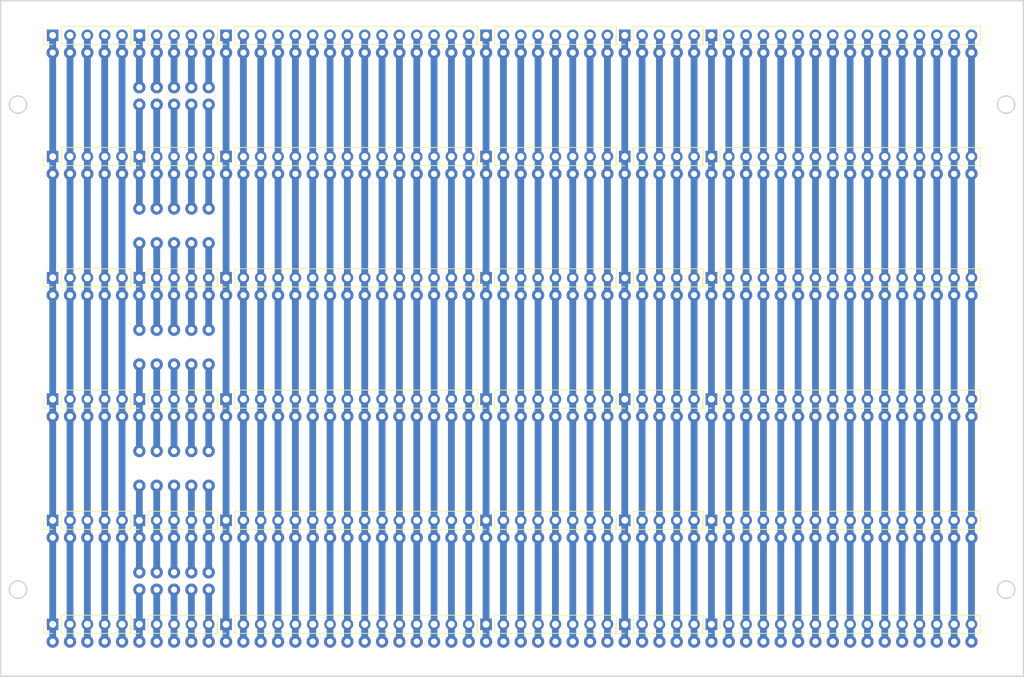
<source format=kicad_pcb>
(kicad_pcb (version 20241229) (generator "pcbnew") (generator_version "9.0")
  (layers (0 "F.Cu" signal) (2 "B.Cu" signal) (13 "F.Paste" user) (15 "B.Paste" user) (5 "F.SilkS" user "F.Silkscreen") (7 "B.SilkS" user "B.Silkscreen") (1 "F.Mask" user) (3 "B.Mask" user) (25 "Edge.Cuts" user))
  (net 0 "")
  (net 1 "/{slash}MEMIN")
  (net 2 "/HOLDA")
  (net 3 "/DBIN")
  (net 4 "/{slash}RESET")
  (net 5 "/{slash}HOLD")
  (net 6 "/READY")
  (net 7 "/WAIT")
  (net 8 "/{slash}WE")
  (net 9 "/AD4")
  (net 10 "/AD15")
  (net 11 "/AD2")
  (net 12 "/AD3")
  (net 13 "/AD14")
  (net 14 "/AD1")
  (net 15 "/AD10")
  (net 16 "/AD5")
  (net 17 "/AD8")
  (net 18 "/AD9")
  (net 19 "/AD7")
  (net 20 "/AD6")
  (net 21 "/AD13")
  (net 22 "/AD11")
  (net 23 "/AD12")
  (net 24 "/DA3")
  (net 25 "/DA7")
  (net 26 "/DA12")
  (net 27 "/DA1")
  (net 28 "/DA6")
  (net 29 "/DA8")
  (net 30 "/DA13")
  (net 31 "/DA4")
  (net 32 "/DA10")
  (net 33 "/DA15")
  (net 34 "/DA5")
  (net 35 "/DA2")
  (net 36 "/DA9")
  (net 37 "/DA14")
  (net 38 "/DA11")
  (net 39 "/DA0")
  (net 40 "/IC3")
  (net 41 "/IC0")
  (net 42 "/IRQ")
  (net 43 "/IC1")
  (net 44 "/IC2")
  (net 45 "Net-(J32-Pin_1)")
  (net 46 "Net-(J32-Pin_3)")
  (net 47 "Net-(J32-Pin_4)")
  (net 48 "Net-(J32-Pin_5)")
  (net 49 "Net-(J32-Pin_2)")
  (net 50 "unconnected-(J7-Pin_3-Pad3)")
  (net 51 "unconnected-(J7-Pin_5-Pad5)")
  (net 52 "unconnected-(J7-Pin_1-Pad1)")
  (net 53 "unconnected-(J7-Pin_2-Pad2)")
  (net 54 "unconnected-(J7-Pin_4-Pad4)")
  (net 55 "unconnected-(J27-Pin_5-Pad5)")
  (net 56 "unconnected-(J27-Pin_3-Pad3)")
  (net 57 "unconnected-(J27-Pin_2-Pad2)")
  (net 58 "unconnected-(J27-Pin_4-Pad4)")
  (net 59 "unconnected-(J27-Pin_1-Pad1)")
  (net 60 "unconnected-(J28-Pin_2-Pad2)")
  (net 61 "unconnected-(J28-Pin_5-Pad5)")
  (net 62 "unconnected-(J28-Pin_3-Pad3)")
  (net 63 "unconnected-(J28-Pin_1-Pad1)")
  (net 64 "unconnected-(J28-Pin_4-Pad4)")
  (net 65 "unconnected-(J29-Pin_5-Pad5)")
  (net 66 "unconnected-(J29-Pin_2-Pad2)")
  (net 67 "unconnected-(J29-Pin_4-Pad4)")
  (net 68 "unconnected-(J29-Pin_3-Pad3)")
  (net 69 "unconnected-(J29-Pin_1-Pad1)")
  (net 70 "unconnected-(J30-Pin_1-Pad1)")
  (net 71 "unconnected-(J30-Pin_3-Pad3)")
  (net 72 "unconnected-(J30-Pin_4-Pad4)")
  (net 73 "unconnected-(J30-Pin_2-Pad2)")
  (net 74 "unconnected-(J30-Pin_5-Pad5)")
  (net 75 "unconnected-(J31-Pin_4-Pad4)")
  (net 76 "unconnected-(J31-Pin_3-Pad3)")
  (net 77 "unconnected-(J31-Pin_2-Pad2)")
  (net 78 "unconnected-(J31-Pin_1-Pad1)")
  (net 79 "unconnected-(J31-Pin_5-Pad5)")
  (footprint "Connector_PinHeader_2.54mm:PinHeader_1x05_P2.54mm_Vertical" (layer "F.Cu") (at 96.52 73.66 90)
    (property "Reference" "J29" (hide yes))
    (property "Value" "Conn_01x05_Pin" (hide yes))
  )
  (footprint "Connector_PinHeader_2.54mm:PinHeader_1x05_P2.54mm_Vertical" (layer "F.Cu") (at 167.64 142.24 90)
    (property "Reference" "J4" (hide yes))
    (property "Value" "Conn_01x05_Pin" (hide yes))
  )
  (footprint "Connector_PinHeader_2.54mm:PinHeader_1x05_P2.54mm_Vertical" (layer "F.Cu") (at 167.64 55.88 90)
    (property "Reference" "J26" (hide yes))
    (property "Value" "Conn_01x05_Pin" (hide yes))
  )
  (footprint "Connector_PinHeader_2.54mm:PinHeader_1x15_P2.54mm_Vertical" (layer "F.Cu") (at 109.22 127 90)
    (property "Reference" "J8" (hide yes))
    (property "Value" "Conn_01x15_Pin" (hide yes))
  )
  (footprint "Connector_PinHeader_2.54mm:PinHeader_1x15_P2.54mm_Vertical" (layer "F.Cu") (at 109.22 55.88 90)
    (property "Reference" "J24" (hide yes))
    (property "Value" "Conn_01x15_Pin" (hide yes))
  )
  (footprint "Connector_PinHeader_2.54mm:PinHeader_1x16_P2.54mm_Vertical" (layer "F.Cu") (at 180.34 73.66 90)
    (property "Reference" "J19" (hide yes))
    (property "Value" "Conn_01x16_Pin" (hide yes))
  )
  (footprint "Connector_PinHeader_2.54mm:PinHeader_1x15_P2.54mm_Vertical" (layer "F.Cu") (at 109.22 73.66 90)
    (property "Reference" "J20" (hide yes))
    (property "Value" "Conn_01x15_Pin" (hide yes))
  )
  (footprint "Connector_PinHeader_2.54mm:PinHeader_1x16_P2.54mm_Vertical" (layer "F.Cu") (at 180.34 91.44 90)
    (property "Reference" "J15" (hide yes))
    (property "Value" "Conn_01x16_Pin" (hide yes))
  )
  (footprint "Connector_PinHeader_2.54mm:PinHeader_1x05_P2.54mm_Vertical" (layer "F.Cu") (at 83.82 91.44 90)
    (property "Reference" "J34" (hide yes))
    (property "Value" "Conn_01x05_Pin" (hide yes))
  )
  (footprint "Connector_PinHeader_2.54mm:PinHeader_1x05_P2.54mm_Vertical" (layer "F.Cu") (at 96.52 142.24 90)
    (property "Reference" "J28" (hide yes))
    (property "Value" "Conn_01x05_Pin" (hide yes))
  )
  (footprint "Connector_PinHeader_2.54mm:PinHeader_1x08_P2.54mm_Vertical" (layer "F.Cu") (at 147.32 55.88 90)
    (property "Reference" "J25" (hide yes))
    (property "Value" "Conn_01x08_Pin" (hide yes))
  )
  (footprint "Connector_PinHeader_2.54mm:PinHeader_1x05_P2.54mm_Vertical" (layer "F.Cu") (at 96.52 109.22 90)
    (property "Reference" "J27" (hide yes))
    (property "Value" "Conn_01x05_Pin" (hide yes))
  )
  (footprint "Connector_PinHeader_2.54mm:PinHeader_1x08_P2.54mm_Vertical" (layer "F.Cu") (at 147.32 91.44 90)
    (property "Reference" "J17" (hide yes))
    (property "Value" "Conn_01x08_Pin" (hide yes))
  )
  (footprint "Connector_PinHeader_2.54mm:PinHeader_1x16_P2.54mm_Vertical" (layer "F.Cu") (at 180.34 55.88 90)
    (property "Reference" "J23" (hide yes))
    (property "Value" "Conn_01x16_Pin" (hide yes))
  )
  (footprint "Connector_PinHeader_2.54mm:PinHeader_1x05_P2.54mm_Vertical" (layer "F.Cu") (at 167.64 73.66 90)
    (property "Reference" "J22" (hide yes))
    (property "Value" "Conn_01x05_Pin" (hide yes))
  )
  (footprint "Connector_PinHeader_2.54mm:PinHeader_1x05_P2.54mm_Vertical" (layer "F.Cu") (at 83.82 73.66 90)
    (property "Reference" "J35" (hide yes))
    (property "Value" "Conn_01x05_Pin" (hide yes))
  )
  (footprint "Connector_PinHeader_2.54mm:PinHeader_1x15_P2.54mm_Vertical" (layer "F.Cu") (at 109.22 91.44 90)
    (property "Reference" "J16" (hide yes))
    (property "Value" "Conn_01x15_Pin" (hide yes))
  )
  (footprint "Connector_PinHeader_2.54mm:PinHeader_1x05_P2.54mm_Vertical" (layer "F.Cu") (at 96.52 55.88 90)
    (property "Reference" "J31" (hide yes))
    (property "Value" "Conn_01x05_Pin" (hide yes))
  )
  (footprint "Connector_PinHeader_2.54mm:PinHeader_1x05_P2.54mm_Vertical" (layer "F.Cu") (at 167.64 91.44 90)
    (property "Reference" "J18" (hide yes))
    (property "Value" "Conn_01x05_Pin" (hide yes))
  )
  (footprint "Connector_PinHeader_2.54mm:PinHeader_1x05_P2.54mm_Vertical" (layer "F.Cu") (at 167.64 109.22 90)
    (property "Reference" "J14" (hide yes))
    (property "Value" "Conn_01x05_Pin" (hide yes))
  )
  (footprint "Connector_PinHeader_2.54mm:PinHeader_1x05_P2.54mm_Vertical" (layer "F.Cu") (at 83.82 127 90)
    (property "Reference" "J32" (hide yes))
    (property "Value" "Conn_01x05_Pin" (hide yes))
  )
  (footprint "Connector_PinHeader_2.54mm:PinHeader_1x05_P2.54mm_Vertical" (layer "F.Cu") (at 83.82 142.24 90)
    (property "Reference" "J5" (hide yes))
    (property "Value" "Conn_01x05_Pin" (hide yes))
  )
  (footprint "Connector_PinHeader_2.54mm:PinHeader_1x08_P2.54mm_Vertical" (layer "F.Cu") (at 147.32 142.24 90)
    (property "Reference" "J1" (hide yes))
    (property "Value" "Conn_01x08_Pin" (hide yes))
  )
  (footprint "Connector_PinHeader_2.54mm:PinHeader_1x08_P2.54mm_Vertical" (layer "F.Cu") (at 147.32 73.66 90)
    (property "Reference" "J21" (hide yes))
    (property "Value" "Conn_01x08_Pin" (hide yes))
  )
  (footprint "Connector_PinHeader_2.54mm:PinHeader_1x15_P2.54mm_Vertical" (layer "F.Cu") (at 109.22 142.24 90)
    (property "Reference" "J2" (hide yes))
    (property "Value" "Conn_01x15_Pin" (hide yes))
  )
  (footprint "Connector_PinHeader_2.54mm:PinHeader_1x16_P2.54mm_Vertical" (layer "F.Cu") (at 180.34 109.22 90)
    (property "Reference" "J11" (hide yes))
    (property "Value" "Conn_01x16_Pin" (hide yes))
  )
  (footprint "Connector_PinHeader_2.54mm:PinHeader_1x05_P2.54mm_Vertical" (layer "F.Cu") (at 83.82 109.22 90)
    (property "Reference" "J33" (hide yes))
    (property "Value" "Conn_01x05_Pin" (hide yes))
  )
  (footprint "Connector_PinHeader_2.54mm:PinHeader_1x15_P2.54mm_Vertical" (layer "F.Cu") (at 109.22 109.22 90)
    (property "Reference" "J12" (hide yes))
    (property "Value" "Conn_01x15_Pin" (hide yes))
  )
  (footprint "Connector_PinHeader_2.54mm:PinHeader_1x16_P2.54mm_Vertical" (layer "F.Cu") (at 180.34 142.24 90)
    (property "Reference" "J3" (hide yes))
    (property "Value" "Conn_01x16_Pin" (hide yes))
  )
  (footprint "Connector_PinHeader_2.54mm:PinHeader_1x05_P2.54mm_Vertical" (layer "F.Cu") (at 96.52 127 90)
    (property "Reference" "J7" (hide yes))
    (property "Value" "Conn_01x05_Pin" (hide yes))
  )
  (footprint "Connector_PinHeader_2.54mm:PinHeader_1x05_P2.54mm_Vertical" (layer "F.Cu") (at 167.64 127 90)
    (property "Reference" "J10" (hide yes))
    (property "Value" "Conn_01x05_Pin" (hide yes))
  )
  (footprint "Connector_PinHeader_2.54mm:PinHeader_1x05_P2.54mm_Vertical" (layer "F.Cu") (at 83.82 55.88 90)
    (property "Reference" "J36" (hide yes))
    (property "Value" "Conn_01x05_Pin" (hide yes))
  )
  (footprint "Connector_PinHeader_2.54mm:PinHeader_1x16_P2.54mm_Vertical" (layer "F.Cu") (at 180.34 127 90)
    (property "Reference" "J6" (hide yes))
    (property "Value" "Conn_01x16_Pin" (hide yes))
  )
  (footprint "Connector_PinHeader_2.54mm:PinHeader_1x08_P2.54mm_Vertical" (layer "F.Cu") (at 147.32 127 90)
    (property "Reference" "J9" (hide yes))
    (property "Value" "Conn_01x08_Pin" (hide yes))
  )
  (footprint "Connector_PinHeader_2.54mm:PinHeader_1x08_P2.54mm_Vertical" (layer "F.Cu") (at 147.32 109.22 90)
    (property "Reference" "J13" (hide yes))
    (property "Value" "Conn_01x08_Pin" (hide yes))
  )
  (footprint "Connector_PinHeader_2.54mm:PinHeader_1x05_P2.54mm_Vertical" (layer "F.Cu") (at 96.52 91.44 90)
    (property "Reference" "J30" (hide yes))
    (property "Value" "Conn_01x05_Pin" (hide yes))
  )
  (gr_rect (start 76.2 50.8) (end 226.06 149.86) (stroke (width 0.2)) (fill no) (layer "Edge.Cuts"))
  (gr_circle (center 78.74 66.04) (end 80.01 66.04) (stroke (width 0.2)) (fill no) (layer "Edge.Cuts"))
  (gr_circle (center 223.52 66.04) (end 224.79 66.04) (stroke (width 0.2)) (fill no) (layer "Edge.Cuts"))
  (gr_circle (center 78.74 137.16) (end 80.01 137.16) (stroke (width 0.2)) (fill no) (layer "Edge.Cuts"))
  (gr_circle (center 223.52 137.16) (end 224.79 137.16) (stroke (width 0.2)) (fill no) (layer "Edge.Cuts"))
  (via (at 149.86 58.42) (size 1.8) (drill 0.9) (layers "F.Cu" "B.Cu") (net 1))
  (via (at 149.86 129.54) (size 1.8) (drill 0.9) (layers "F.Cu" "B.Cu") (net 1))
  (via (at 149.86 144.78) (size 1.8) (drill 0.9) (layers "F.Cu" "B.Cu") (net 1))
  (via (at 149.86 93.98) (size 1.8) (drill 0.9) (layers "F.Cu" "B.Cu") (net 1))
  (via (at 149.86 111.76) (size 1.8) (drill 0.9) (layers "F.Cu" "B.Cu") (net 1))
  (via (at 149.86 76.2) (size 1.8) (drill 0.9) (layers "F.Cu" "B.Cu") (net 1))
  (segment (start 149.86 144.78) (end 149.86 55.88) (width 1) (layer "B.Cu") (net 1))
  (via (at 162.56 144.78) (size 1.8) (drill 0.9) (layers "F.Cu" "B.Cu") (net 2))
  (via (at 162.56 76.2) (size 1.8) (drill 0.9) (layers "F.Cu" "B.Cu") (net 2))
  (via (at 162.56 111.76) (size 1.8) (drill 0.9) (layers "F.Cu" "B.Cu") (net 2))
  (via (at 162.56 58.42) (size 1.8) (drill 0.9) (layers "F.Cu" "B.Cu") (net 2))
  (via (at 162.56 129.54) (size 1.8) (drill 0.9) (layers "F.Cu" "B.Cu") (net 2))
  (via (at 162.56 93.98) (size 1.8) (drill 0.9) (layers "F.Cu" "B.Cu") (net 2))
  (segment (start 162.56 144.78) (end 162.56 55.88) (width 1) (layer "B.Cu") (net 2))
  (via (at 147.32 129.54) (size 1.8) (drill 0.9) (layers "F.Cu" "B.Cu") (net 3))
  (via (at 147.32 144.78) (size 1.8) (drill 0.9) (layers "F.Cu" "B.Cu") (net 3))
  (via (at 147.32 76.2) (size 1.8) (drill 0.9) (layers "F.Cu" "B.Cu") (net 3))
  (via (at 147.32 58.42) (size 1.8) (drill 0.9) (layers "F.Cu" "B.Cu") (net 3))
  (via (at 147.32 111.76) (size 1.8) (drill 0.9) (layers "F.Cu" "B.Cu") (net 3))
  (via (at 147.32 93.98) (size 1.8) (drill 0.9) (layers "F.Cu" "B.Cu") (net 3))
  (segment (start 147.32 144.78) (end 147.32 55.88) (width 1) (layer "B.Cu") (net 3))
  (via (at 165.1 76.2) (size 1.8) (drill 0.9) (layers "F.Cu" "B.Cu") (net 4))
  (via (at 165.1 111.76) (size 1.8) (drill 0.9) (layers "F.Cu" "B.Cu") (net 4))
  (via (at 165.1 144.78) (size 1.8) (drill 0.9) (layers "F.Cu" "B.Cu") (net 4))
  (via (at 165.1 93.98) (size 1.8) (drill 0.9) (layers "F.Cu" "B.Cu") (net 4))
  (via (at 165.1 58.42) (size 1.8) (drill 0.9) (layers "F.Cu" "B.Cu") (net 4))
  (via (at 165.1 129.54) (size 1.8) (drill 0.9) (layers "F.Cu" "B.Cu") (net 4))
  (segment (start 165.1 144.78) (end 165.1 55.88) (width 1) (layer "B.Cu") (net 4))
  (via (at 157.48 58.42) (size 1.8) (drill 0.9) (layers "F.Cu" "B.Cu") (net 5))
  (via (at 157.48 93.98) (size 1.8) (drill 0.9) (layers "F.Cu" "B.Cu") (net 5))
  (via (at 157.48 129.54) (size 1.8) (drill 0.9) (layers "F.Cu" "B.Cu") (net 5))
  (via (at 157.48 76.2) (size 1.8) (drill 0.9) (layers "F.Cu" "B.Cu") (net 5))
  (via (at 157.48 144.78) (size 1.8) (drill 0.9) (layers "F.Cu" "B.Cu") (net 5))
  (via (at 157.48 111.76) (size 1.8) (drill 0.9) (layers "F.Cu" "B.Cu") (net 5))
  (segment (start 157.48 144.78) (end 157.48 55.88) (width 1) (layer "B.Cu") (net 5))
  (via (at 152.4 111.76) (size 1.8) (drill 0.9) (layers "F.Cu" "B.Cu") (net 6))
  (via (at 152.4 93.98) (size 1.8) (drill 0.9) (layers "F.Cu" "B.Cu") (net 6))
  (via (at 152.4 58.42) (size 1.8) (drill 0.9) (layers "F.Cu" "B.Cu") (net 6))
  (via (at 152.4 76.2) (size 1.8) (drill 0.9) (layers "F.Cu" "B.Cu") (net 6))
  (via (at 152.4 129.54) (size 1.8) (drill 0.9) (layers "F.Cu" "B.Cu") (net 6))
  (via (at 152.4 144.78) (size 1.8) (drill 0.9) (layers "F.Cu" "B.Cu") (net 6))
  (segment (start 152.4 144.78) (end 152.4 55.88) (width 1) (layer "B.Cu") (net 6))
  (via (at 160.02 111.76) (size 1.8) (drill 0.9) (layers "F.Cu" "B.Cu") (net 7))
  (via (at 160.02 58.42) (size 1.8) (drill 0.9) (layers "F.Cu" "B.Cu") (net 7))
  (via (at 160.02 144.78) (size 1.8) (drill 0.9) (layers "F.Cu" "B.Cu") (net 7))
  (via (at 160.02 129.54) (size 1.8) (drill 0.9) (layers "F.Cu" "B.Cu") (net 7))
  (via (at 160.02 93.98) (size 1.8) (drill 0.9) (layers "F.Cu" "B.Cu") (net 7))
  (via (at 160.02 76.2) (size 1.8) (drill 0.9) (layers "F.Cu" "B.Cu") (net 7))
  (segment (start 160.02 144.78) (end 160.02 55.88) (width 1) (layer "B.Cu") (net 7))
  (via (at 154.94 58.42) (size 1.8) (drill 0.9) (layers "F.Cu" "B.Cu") (net 8))
  (via (at 154.94 93.98) (size 1.8) (drill 0.9) (layers "F.Cu" "B.Cu") (net 8))
  (via (at 154.94 76.2) (size 1.8) (drill 0.9) (layers "F.Cu" "B.Cu") (net 8))
  (via (at 154.94 129.54) (size 1.8) (drill 0.9) (layers "F.Cu" "B.Cu") (net 8))
  (via (at 154.94 111.76) (size 1.8) (drill 0.9) (layers "F.Cu" "B.Cu") (net 8))
  (via (at 154.94 144.78) (size 1.8) (drill 0.9) (layers "F.Cu" "B.Cu") (net 8))
  (segment (start 154.94 144.78) (end 154.94 55.88) (width 1) (layer "B.Cu") (net 8))
  (via (at 116.84 58.42) (size 1.8) (drill 0.9) (layers "F.Cu" "B.Cu") (net 9))
  (via (at 116.84 93.98) (size 1.8) (drill 0.9) (layers "F.Cu" "B.Cu") (net 9))
  (via (at 116.84 111.76) (size 1.8) (drill 0.9) (layers "F.Cu" "B.Cu") (net 9))
  (via (at 116.84 76.2) (size 1.8) (drill 0.9) (layers "F.Cu" "B.Cu") (net 9))
  (via (at 116.84 144.78) (size 1.8) (drill 0.9) (layers "F.Cu" "B.Cu") (net 9))
  (via (at 116.84 129.54) (size 1.8) (drill 0.9) (layers "F.Cu" "B.Cu") (net 9))
  (segment (start 116.84 144.78) (end 116.84 55.88) (width 1) (layer "B.Cu") (net 9))
  (via (at 144.78 111.76) (size 1.8) (drill 0.9) (layers "F.Cu" "B.Cu") (net 10))
  (via (at 144.78 58.42) (size 1.8) (drill 0.9) (layers "F.Cu" "B.Cu") (net 10))
  (via (at 144.78 76.2) (size 1.8) (drill 0.9) (layers "F.Cu" "B.Cu") (net 10))
  (via (at 144.78 93.98) (size 1.8) (drill 0.9) (layers "F.Cu" "B.Cu") (net 10))
  (via (at 144.78 144.78) (size 1.8) (drill 0.9) (layers "F.Cu" "B.Cu") (net 10))
  (via (at 144.78 129.54) (size 1.8) (drill 0.9) (layers "F.Cu" "B.Cu") (net 10))
  (segment (start 144.78 144.78) (end 144.78 55.88) (width 1) (layer "B.Cu") (net 10))
  (via (at 111.76 58.42) (size 1.8) (drill 0.9) (layers "F.Cu" "B.Cu") (net 11))
  (via (at 111.76 129.54) (size 1.8) (drill 0.9) (layers "F.Cu" "B.Cu") (net 11))
  (via (at 111.76 76.2) (size 1.8) (drill 0.9) (layers "F.Cu" "B.Cu") (net 11))
  (via (at 111.76 111.76) (size 1.8) (drill 0.9) (layers "F.Cu" "B.Cu") (net 11))
  (via (at 111.76 93.98) (size 1.8) (drill 0.9) (layers "F.Cu" "B.Cu") (net 11))
  (via (at 111.76 144.78) (size 1.8) (drill 0.9) (layers "F.Cu" "B.Cu") (net 11))
  (segment (start 111.76 144.78) (end 111.76 55.88) (width 1) (layer "B.Cu") (net 11))
  (via (at 114.3 144.78) (size 1.8) (drill 0.9) (layers "F.Cu" "B.Cu") (net 12))
  (via (at 114.3 129.54) (size 1.8) (drill 0.9) (layers "F.Cu" "B.Cu") (net 12))
  (via (at 114.3 93.98) (size 1.8) (drill 0.9) (layers "F.Cu" "B.Cu") (net 12))
  (via (at 114.3 111.76) (size 1.8) (drill 0.9) (layers "F.Cu" "B.Cu") (net 12))
  (via (at 114.3 58.42) (size 1.8) (drill 0.9) (layers "F.Cu" "B.Cu") (net 12))
  (via (at 114.3 76.2) (size 1.8) (drill 0.9) (layers "F.Cu" "B.Cu") (net 12))
  (segment (start 114.3 144.78) (end 114.3 55.88) (width 1) (layer "B.Cu") (net 12))
  (via (at 142.24 111.76) (size 1.8) (drill 0.9) (layers "F.Cu" "B.Cu") (net 13))
  (via (at 142.24 93.98) (size 1.8) (drill 0.9) (layers "F.Cu" "B.Cu") (net 13))
  (via (at 142.24 129.54) (size 1.8) (drill 0.9) (layers "F.Cu" "B.Cu") (net 13))
  (via (at 142.24 144.78) (size 1.8) (drill 0.9) (layers "F.Cu" "B.Cu") (net 13))
  (via (at 142.24 76.2) (size 1.8) (drill 0.9) (layers "F.Cu" "B.Cu") (net 13))
  (via (at 142.24 58.42) (size 1.8) (drill 0.9) (layers "F.Cu" "B.Cu") (net 13))
  (segment (start 142.24 144.78) (end 142.24 55.88) (width 1) (layer "B.Cu") (net 13))
  (via (at 109.22 58.42) (size 1.8) (drill 0.9) (layers "F.Cu" "B.Cu") (net 14))
  (via (at 109.22 111.76) (size 1.8) (drill 0.9) (layers "F.Cu" "B.Cu") (net 14))
  (via (at 109.22 144.78) (size 1.8) (drill 0.9) (layers "F.Cu" "B.Cu") (net 14))
  (via (at 109.22 129.54) (size 1.8) (drill 0.9) (layers "F.Cu" "B.Cu") (net 14))
  (via (at 109.22 93.98) (size 1.8) (drill 0.9) (layers "F.Cu" "B.Cu") (net 14))
  (via (at 109.22 76.2) (size 1.8) (drill 0.9) (layers "F.Cu" "B.Cu") (net 14))
  (segment (start 109.22 144.78) (end 109.22 55.88) (width 1) (layer "B.Cu") (net 14))
  (via (at 132.08 144.78) (size 1.8) (drill 0.9) (layers "F.Cu" "B.Cu") (net 15))
  (via (at 132.08 111.76) (size 1.8) (drill 0.9) (layers "F.Cu" "B.Cu") (net 15))
  (via (at 132.08 93.98) (size 1.8) (drill 0.9) (layers "F.Cu" "B.Cu") (net 15))
  (via (at 132.08 58.42) (size 1.8) (drill 0.9) (layers "F.Cu" "B.Cu") (net 15))
  (via (at 132.08 76.2) (size 1.8) (drill 0.9) (layers "F.Cu" "B.Cu") (net 15))
  (via (at 132.08 129.54) (size 1.8) (drill 0.9) (layers "F.Cu" "B.Cu") (net 15))
  (segment (start 132.08 144.78) (end 132.08 55.88) (width 1) (layer "B.Cu") (net 15))
  (via (at 119.38 93.98) (size 1.8) (drill 0.9) (layers "F.Cu" "B.Cu") (net 16))
  (via (at 119.38 58.42) (size 1.8) (drill 0.9) (layers "F.Cu" "B.Cu") (net 16))
  (via (at 119.38 144.78) (size 1.8) (drill 0.9) (layers "F.Cu" "B.Cu") (net 16))
  (via (at 119.38 111.76) (size 1.8) (drill 0.9) (layers "F.Cu" "B.Cu") (net 16))
  (via (at 119.38 76.2) (size 1.8) (drill 0.9) (layers "F.Cu" "B.Cu") (net 16))
  (via (at 119.38 129.54) (size 1.8) (drill 0.9) (layers "F.Cu" "B.Cu") (net 16))
  (segment (start 119.38 144.78) (end 119.38 55.88) (width 1) (layer "B.Cu") (net 16))
  (via (at 127 76.2) (size 1.8) (drill 0.9) (layers "F.Cu" "B.Cu") (net 17))
  (via (at 127 144.78) (size 1.8) (drill 0.9) (layers "F.Cu" "B.Cu") (net 17))
  (via (at 127 58.42) (size 1.8) (drill 0.9) (layers "F.Cu" "B.Cu") (net 17))
  (via (at 127 129.54) (size 1.8) (drill 0.9) (layers "F.Cu" "B.Cu") (net 17))
  (via (at 127 93.98) (size 1.8) (drill 0.9) (layers "F.Cu" "B.Cu") (net 17))
  (via (at 127 111.76) (size 1.8) (drill 0.9) (layers "F.Cu" "B.Cu") (net 17))
  (segment (start 127 144.78) (end 127 55.88) (width 1) (layer "B.Cu") (net 17))
  (via (at 129.54 129.54) (size 1.8) (drill 0.9) (layers "F.Cu" "B.Cu") (net 18))
  (via (at 129.54 58.42) (size 1.8) (drill 0.9) (layers "F.Cu" "B.Cu") (net 18))
  (via (at 129.54 144.78) (size 1.8) (drill 0.9) (layers "F.Cu" "B.Cu") (net 18))
  (via (at 129.54 111.76) (size 1.8) (drill 0.9) (layers "F.Cu" "B.Cu") (net 18))
  (via (at 129.54 76.2) (size 1.8) (drill 0.9) (layers "F.Cu" "B.Cu") (net 18))
  (via (at 129.54 93.98) (size 1.8) (drill 0.9) (layers "F.Cu" "B.Cu") (net 18))
  (segment (start 129.54 144.78) (end 129.54 55.88) (width 1) (layer "B.Cu") (net 18))
  (via (at 124.46 111.76) (size 1.8) (drill 0.9) (layers "F.Cu" "B.Cu") (net 19))
  (via (at 124.46 144.78) (size 1.8) (drill 0.9) (layers "F.Cu" "B.Cu") (net 19))
  (via (at 124.46 76.2) (size 1.8) (drill 0.9) (layers "F.Cu" "B.Cu") (net 19))
  (via (at 124.46 58.42) (size 1.8) (drill 0.9) (layers "F.Cu" "B.Cu") (net 19))
  (via (at 124.46 93.98) (size 1.8) (drill 0.9) (layers "F.Cu" "B.Cu") (net 19))
  (via (at 124.46 129.54) (size 1.8) (drill 0.9) (layers "F.Cu" "B.Cu") (net 19))
  (segment (start 124.46 144.78) (end 124.46 55.88) (width 1) (layer "B.Cu") (net 19))
  (via (at 121.92 58.42) (size 1.8) (drill 0.9) (layers "F.Cu" "B.Cu") (net 20))
  (via (at 121.92 144.78) (size 1.8) (drill 0.9) (layers "F.Cu" "B.Cu") (net 20))
  (via (at 121.92 111.76) (size 1.8) (drill 0.9) (layers "F.Cu" "B.Cu") (net 20))
  (via (at 121.92 129.54) (size 1.8) (drill 0.9) (layers "F.Cu" "B.Cu") (net 20))
  (via (at 121.92 76.2) (size 1.8) (drill 0.9) (layers "F.Cu" "B.Cu") (net 20))
  (via (at 121.92 93.98) (size 1.8) (drill 0.9) (layers "F.Cu" "B.Cu") (net 20))
  (segment (start 121.92 144.78) (end 121.92 142.24) (width 1) (layer "B.Cu") (net 20))
  (segment (start 121.92 142.24) (end 121.92 55.88) (width 1) (layer "B.Cu") (net 20))
  (via (at 139.7 76.2) (size 1.8) (drill 0.9) (layers "F.Cu" "B.Cu") (net 21))
  (via (at 139.7 129.54) (size 1.8) (drill 0.9) (layers "F.Cu" "B.Cu") (net 21))
  (via (at 139.7 111.76) (size 1.8) (drill 0.9) (layers "F.Cu" "B.Cu") (net 21))
  (via (at 139.7 144.78) (size 1.8) (drill 0.9) (layers "F.Cu" "B.Cu") (net 21))
  (via (at 139.7 93.98) (size 1.8) (drill 0.9) (layers "F.Cu" "B.Cu") (net 21))
  (via (at 139.7 58.42) (size 1.8) (drill 0.9) (layers "F.Cu" "B.Cu") (net 21))
  (segment (start 139.7 144.78) (end 139.7 55.88) (width 1) (layer "B.Cu") (net 21))
  (via (at 134.62 111.76) (size 1.8) (drill 0.9) (layers "F.Cu" "B.Cu") (net 22))
  (via (at 134.62 129.54) (size 1.8) (drill 0.9) (layers "F.Cu" "B.Cu") (net 22))
  (via (at 134.62 144.78) (size 1.8) (drill 0.9) (layers "F.Cu" "B.Cu") (net 22))
  (via (at 134.62 93.98) (size 1.8) (drill 0.9) (layers "F.Cu" "B.Cu") (net 22))
  (via (at 134.62 58.42) (size 1.8) (drill 0.9) (layers "F.Cu" "B.Cu") (net 22))
  (via (at 134.62 76.2) (size 1.8) (drill 0.9) (layers "F.Cu" "B.Cu") (net 22))
  (segment (start 134.62 144.78) (end 134.62 55.88) (width 1) (layer "B.Cu") (net 22))
  (via (at 137.16 76.2) (size 1.8) (drill 0.9) (layers "F.Cu" "B.Cu") (net 23))
  (via (at 137.16 93.98) (size 1.8) (drill 0.9) (layers "F.Cu" "B.Cu") (net 23))
  (via (at 137.16 129.54) (size 1.8) (drill 0.9) (layers "F.Cu" "B.Cu") (net 23))
  (via (at 137.16 58.42) (size 1.8) (drill 0.9) (layers "F.Cu" "B.Cu") (net 23))
  (via (at 137.16 111.76) (size 1.8) (drill 0.9) (layers "F.Cu" "B.Cu") (net 23))
  (via (at 137.16 144.78) (size 1.8) (drill 0.9) (layers "F.Cu" "B.Cu") (net 23))
  (segment (start 137.16 144.78) (end 137.16 55.88) (width 1) (layer "B.Cu") (net 23))
  (via (at 187.96 111.76) (size 1.8) (drill 0.9) (layers "F.Cu" "B.Cu") (net 24))
  (via (at 187.96 76.2) (size 1.8) (drill 0.9) (layers "F.Cu" "B.Cu") (net 24))
  (via (at 187.96 144.78) (size 1.8) (drill 0.9) (layers "F.Cu" "B.Cu") (net 24))
  (via (at 187.96 93.98) (size 1.8) (drill 0.9) (layers "F.Cu" "B.Cu") (net 24))
  (via (at 187.96 129.54) (size 1.8) (drill 0.9) (layers "F.Cu" "B.Cu") (net 24))
  (via (at 187.96 58.42) (size 1.8) (drill 0.9) (layers "F.Cu" "B.Cu") (net 24))
  (segment (start 187.96 144.78) (end 187.96 55.88) (width 1) (layer "B.Cu") (net 24))
  (via (at 198.12 144.78) (size 1.8) (drill 0.9) (layers "F.Cu" "B.Cu") (net 25))
  (via (at 198.12 76.2) (size 1.8) (drill 0.9) (layers "F.Cu" "B.Cu") (net 25))
  (via (at 198.12 129.54) (size 1.8) (drill 0.9) (layers "F.Cu" "B.Cu") (net 25))
  (via (at 198.12 111.76) (size 1.8) (drill 0.9) (layers "F.Cu" "B.Cu") (net 25))
  (via (at 198.12 58.42) (size 1.8) (drill 0.9) (layers "F.Cu" "B.Cu") (net 25))
  (via (at 198.12 93.98) (size 1.8) (drill 0.9) (layers "F.Cu" "B.Cu") (net 25))
  (segment (start 198.12 144.78) (end 198.12 55.88) (width 1) (layer "B.Cu") (net 25))
  (via (at 210.82 111.76) (size 1.8) (drill 0.9) (layers "F.Cu" "B.Cu") (net 26))
  (via (at 210.82 76.2) (size 1.8) (drill 0.9) (layers "F.Cu" "B.Cu") (net 26))
  (via (at 210.82 93.98) (size 1.8) (drill 0.9) (layers "F.Cu" "B.Cu") (net 26))
  (via (at 210.82 58.42) (size 1.8) (drill 0.9) (layers "F.Cu" "B.Cu") (net 26))
  (via (at 210.82 129.54) (size 1.8) (drill 0.9) (layers "F.Cu" "B.Cu") (net 26))
  (via (at 210.82 144.78) (size 1.8) (drill 0.9) (layers "F.Cu" "B.Cu") (net 26))
  (segment (start 210.82 144.78) (end 210.82 55.88) (width 1) (layer "B.Cu") (net 26))
  (via (at 182.88 76.2) (size 1.8) (drill 0.9) (layers "F.Cu" "B.Cu") (net 27))
  (via (at 182.88 93.98) (size 1.8) (drill 0.9) (layers "F.Cu" "B.Cu") (net 27))
  (via (at 182.88 111.76) (size 1.8) (drill 0.9) (layers "F.Cu" "B.Cu") (net 27))
  (via (at 182.88 144.78) (size 1.8) (drill 0.9) (layers "F.Cu" "B.Cu") (net 27))
  (via (at 182.88 58.42) (size 1.8) (drill 0.9) (layers "F.Cu" "B.Cu") (net 27))
  (via (at 182.88 129.54) (size 1.8) (drill 0.9) (layers "F.Cu" "B.Cu") (net 27))
  (segment (start 182.88 144.78) (end 182.88 55.88) (width 1) (layer "B.Cu") (net 27))
  (via (at 195.58 58.42) (size 1.8) (drill 0.9) (layers "F.Cu" "B.Cu") (net 28))
  (via (at 195.58 76.2) (size 1.8) (drill 0.9) (layers "F.Cu" "B.Cu") (net 28))
  (via (at 195.58 111.76) (size 1.8) (drill 0.9) (layers "F.Cu" "B.Cu") (net 28))
  (via (at 195.58 129.54) (size 1.8) (drill 0.9) (layers "F.Cu" "B.Cu") (net 28))
  (via (at 195.58 93.98) (size 1.8) (drill 0.9) (layers "F.Cu" "B.Cu") (net 28))
  (via (at 195.58 144.78) (size 1.8) (drill 0.9) (layers "F.Cu" "B.Cu") (net 28))
  (segment (start 195.58 144.78) (end 195.58 55.88) (width 1) (layer "B.Cu") (net 28))
  (via (at 200.66 76.2) (size 1.8) (drill 0.9) (layers "F.Cu" "B.Cu") (net 29))
  (via (at 200.66 129.54) (size 1.8) (drill 0.9) (layers "F.Cu" "B.Cu") (net 29))
  (via (at 200.66 111.76) (size 1.8) (drill 0.9) (layers "F.Cu" "B.Cu") (net 29))
  (via (at 200.66 58.42) (size 1.8) (drill 0.9) (layers "F.Cu" "B.Cu") (net 29))
  (via (at 200.66 144.78) (size 1.8) (drill 0.9) (layers "F.Cu" "B.Cu") (net 29))
  (via (at 200.66 93.98) (size 1.8) (drill 0.9) (layers "F.Cu" "B.Cu") (net 29))
  (segment (start 200.66 144.78) (end 200.66 55.88) (width 1) (layer "B.Cu") (net 29))
  (via (at 213.36 58.42) (size 1.8) (drill 0.9) (layers "F.Cu" "B.Cu") (net 30))
  (via (at 213.36 93.98) (size 1.8) (drill 0.9) (layers "F.Cu" "B.Cu") (net 30))
  (via (at 213.36 144.78) (size 1.8) (drill 0.9) (layers "F.Cu" "B.Cu") (net 30))
  (via (at 213.36 129.54) (size 1.8) (drill 0.9) (layers "F.Cu" "B.Cu") (net 30))
  (via (at 213.36 76.2) (size 1.8) (drill 0.9) (layers "F.Cu" "B.Cu") (net 30))
  (via (at 213.36 111.76) (size 1.8) (drill 0.9) (layers "F.Cu" "B.Cu") (net 30))
  (segment (start 213.36 144.78) (end 213.36 55.88) (width 1) (layer "B.Cu") (net 30))
  (via (at 190.5 129.54) (size 1.8) (drill 0.9) (layers "F.Cu" "B.Cu") (net 31))
  (via (at 190.5 58.42) (size 1.8) (drill 0.9) (layers "F.Cu" "B.Cu") (net 31))
  (via (at 190.5 111.76) (size 1.8) (drill 0.9) (layers "F.Cu" "B.Cu") (net 31))
  (via (at 190.5 93.98) (size 1.8) (drill 0.9) (layers "F.Cu" "B.Cu") (net 31))
  (via (at 190.5 76.2) (size 1.8) (drill 0.9) (layers "F.Cu" "B.Cu") (net 31))
  (via (at 190.5 144.78) (size 1.8) (drill 0.9) (layers "F.Cu" "B.Cu") (net 31))
  (segment (start 190.5 144.78) (end 190.5 55.88) (width 1) (layer "B.Cu") (net 31))
  (via (at 205.74 111.76) (size 1.8) (drill 0.9) (layers "F.Cu" "B.Cu") (net 32))
  (via (at 205.74 144.78) (size 1.8) (drill 0.9) (layers "F.Cu" "B.Cu") (net 32))
  (via (at 205.74 93.98) (size 1.8) (drill 0.9) (layers "F.Cu" "B.Cu") (net 32))
  (via (at 205.74 129.54) (size 1.8) (drill 0.9) (layers "F.Cu" "B.Cu") (net 32))
  (via (at 205.74 76.2) (size 1.8) (drill 0.9) (layers "F.Cu" "B.Cu") (net 32))
  (via (at 205.74 58.42) (size 1.8) (drill 0.9) (layers "F.Cu" "B.Cu") (net 32))
  (segment (start 205.74 144.78) (end 205.74 55.88) (width 1) (layer "B.Cu") (net 32))
  (via (at 218.44 93.98) (size 1.8) (drill 0.9) (layers "F.Cu" "B.Cu") (net 33))
  (via (at 218.44 76.2) (size 1.8) (drill 0.9) (layers "F.Cu" "B.Cu") (net 33))
  (via (at 218.44 129.54) (size 1.8) (drill 0.9) (layers "F.Cu" "B.Cu") (net 33))
  (via (at 218.44 111.76) (size 1.8) (drill 0.9) (layers "F.Cu" "B.Cu") (net 33))
  (via (at 218.44 58.42) (size 1.8) (drill 0.9) (layers "F.Cu" "B.Cu") (net 33))
  (via (at 218.44 144.78) (size 1.8) (drill 0.9) (layers "F.Cu" "B.Cu") (net 33))
  (segment (start 218.44 144.78) (end 218.44 55.88) (width 1) (layer "B.Cu") (net 33))
  (via (at 193.04 76.2) (size 1.8) (drill 0.9) (layers "F.Cu" "B.Cu") (net 34))
  (via (at 193.04 144.78) (size 1.8) (drill 0.9) (layers "F.Cu" "B.Cu") (net 34))
  (via (at 193.04 58.42) (size 1.8) (drill 0.9) (layers "F.Cu" "B.Cu") (net 34))
  (via (at 193.04 111.76) (size 1.8) (drill 0.9) (layers "F.Cu" "B.Cu") (net 34))
  (via (at 193.04 129.54) (size 1.8) (drill 0.9) (layers "F.Cu" "B.Cu") (net 34))
  (via (at 193.04 93.98) (size 1.8) (drill 0.9) (layers "F.Cu" "B.Cu") (net 34))
  (segment (start 193.04 144.78) (end 193.04 55.88) (width 1) (layer "B.Cu") (net 34))
  (via (at 185.42 129.54) (size 1.8) (drill 0.9) (layers "F.Cu" "B.Cu") (net 35))
  (via (at 185.42 76.2) (size 1.8) (drill 0.9) (layers "F.Cu" "B.Cu") (net 35))
  (via (at 185.42 111.76) (size 1.8) (drill 0.9) (layers "F.Cu" "B.Cu") (net 35))
  (via (at 185.42 93.98) (size 1.8) (drill 0.9) (layers "F.Cu" "B.Cu") (net 35))
  (via (at 185.42 58.42) (size 1.8) (drill 0.9) (layers "F.Cu" "B.Cu") (net 35))
  (via (at 185.42 144.78) (size 1.8) (drill 0.9) (layers "F.Cu" "B.Cu") (net 35))
  (segment (start 185.42 144.78) (end 185.42 55.88) (width 1) (layer "B.Cu") (net 35))
  (via (at 203.2 144.78) (size 1.8) (drill 0.9) (layers "F.Cu" "B.Cu") (net 36))
  (via (at 203.2 76.2) (size 1.8) (drill 0.9) (layers "F.Cu" "B.Cu") (net 36))
  (via (at 203.2 93.98) (size 1.8) (drill 0.9) (layers "F.Cu" "B.Cu") (net 36))
  (via (at 203.2 129.54) (size 1.8) (drill 0.9) (layers "F.Cu" "B.Cu") (net 36))
  (via (at 203.2 111.76) (size 1.8) (drill 0.9) (layers "F.Cu" "B.Cu") (net 36))
  (via (at 203.2 58.42) (size 1.8) (drill 0.9) (layers "F.Cu" "B.Cu") (net 36))
  (segment (start 203.2 144.78) (end 203.2 55.88) (width 1) (layer "B.Cu") (net 36))
  (via (at 215.9 93.98) (size 1.8) (drill 0.9) (layers "F.Cu" "B.Cu") (net 37))
  (via (at 215.9 129.54) (size 1.8) (drill 0.9) (layers "F.Cu" "B.Cu") (net 37))
  (via (at 215.9 111.76) (size 1.8) (drill 0.9) (layers "F.Cu" "B.Cu") (net 37))
  (via (at 215.9 144.78) (size 1.8) (drill 0.9) (layers "F.Cu" "B.Cu") (net 37))
  (via (at 215.9 58.42) (size 1.8) (drill 0.9) (layers "F.Cu" "B.Cu") (net 37))
  (via (at 215.9 76.2) (size 1.8) (drill 0.9) (layers "F.Cu" "B.Cu") (net 37))
  (segment (start 215.9 144.78) (end 215.9 55.88) (width 1) (layer "B.Cu") (net 37))
  (via (at 208.28 93.98) (size 1.8) (drill 0.9) (layers "F.Cu" "B.Cu") (net 38))
  (via (at 208.28 58.42) (size 1.8) (drill 0.9) (layers "F.Cu" "B.Cu") (net 38))
  (via (at 208.28 111.76) (size 1.8) (drill 0.9) (layers "F.Cu" "B.Cu") (net 38))
  (via (at 208.28 76.2) (size 1.8) (drill 0.9) (layers "F.Cu" "B.Cu") (net 38))
  (via (at 208.28 144.78) (size 1.8) (drill 0.9) (layers "F.Cu" "B.Cu") (net 38))
  (via (at 208.28 129.54) (size 1.8) (drill 0.9) (layers "F.Cu" "B.Cu") (net 38))
  (segment (start 208.28 144.78) (end 208.28 55.88) (width 1) (layer "B.Cu") (net 38))
  (via (at 180.34 76.2) (size 1.8) (drill 0.9) (layers "F.Cu" "B.Cu") (net 39))
  (via (at 180.34 144.78) (size 1.8) (drill 0.9) (layers "F.Cu" "B.Cu") (net 39))
  (via (at 180.34 58.42) (size 1.8) (drill 0.9) (layers "F.Cu" "B.Cu") (net 39))
  (via (at 180.34 111.76) (size 1.8) (drill 0.9) (layers "F.Cu" "B.Cu") (net 39))
  (via (at 180.34 129.54) (size 1.8) (drill 0.9) (layers "F.Cu" "B.Cu") (net 39))
  (via (at 180.34 93.98) (size 1.8) (drill 0.9) (layers "F.Cu" "B.Cu") (net 39))
  (segment (start 180.34 144.78) (end 180.34 55.88) (width 1) (layer "B.Cu") (net 39))
  (via (at 177.8 144.78) (size 1.8) (drill 0.9) (layers "F.Cu" "B.Cu") (net 40))
  (via (at 177.8 129.54) (size 1.8) (drill 0.9) (layers "F.Cu" "B.Cu") (net 40))
  (via (at 177.8 76.2) (size 1.8) (drill 0.9) (layers "F.Cu" "B.Cu") (net 40))
  (via (at 177.8 58.42) (size 1.8) (drill 0.9) (layers "F.Cu" "B.Cu") (net 40))
  (via (at 177.8 111.76) (size 1.8) (drill 0.9) (layers "F.Cu" "B.Cu") (net 40))
  (via (at 177.8 93.98) (size 1.8) (drill 0.9) (layers "F.Cu" "B.Cu") (net 40))
  (segment (start 177.8 144.78) (end 177.8 55.88) (width 1) (layer "B.Cu") (net 40))
  (via (at 170.18 76.2) (size 1.8) (drill 0.9) (layers "F.Cu" "B.Cu") (net 41))
  (via (at 170.18 129.54) (size 1.8) (drill 0.9) (layers "F.Cu" "B.Cu") (net 41))
  (via (at 170.18 58.42) (size 1.8) (drill 0.9) (layers "F.Cu" "B.Cu") (net 41))
  (via (at 170.18 93.98) (size 1.8) (drill 0.9) (layers "F.Cu" "B.Cu") (net 41))
  (via (at 170.18 111.76) (size 1.8) (drill 0.9) (layers "F.Cu" "B.Cu") (net 41))
  (via (at 170.18 144.78) (size 1.8) (drill 0.9) (layers "F.Cu" "B.Cu") (net 41))
  (segment (start 170.18 144.78) (end 170.18 55.88) (width 1) (layer "B.Cu") (net 41))
  (via (at 167.64 58.42) (size 1.8) (drill 0.9) (layers "F.Cu" "B.Cu") (net 42))
  (via (at 167.64 76.2) (size 1.8) (drill 0.9) (layers "F.Cu" "B.Cu") (net 42))
  (via (at 167.64 111.76) (size 1.8) (drill 0.9) (layers "F.Cu" "B.Cu") (net 42))
  (via (at 167.64 93.98) (size 1.8) (drill 0.9) (layers "F.Cu" "B.Cu") (net 42))
  (via (at 167.64 144.78) (size 1.8) (drill 0.9) (layers "F.Cu" "B.Cu") (net 42))
  (via (at 167.64 129.54) (size 1.8) (drill 0.9) (layers "F.Cu" "B.Cu") (net 42))
  (segment (start 167.64 144.78) (end 167.64 55.88) (width 1) (layer "B.Cu") (net 42))
  (via (at 172.72 111.76) (size 1.8) (drill 0.9) (layers "F.Cu" "B.Cu") (net 43))
  (via (at 172.72 93.98) (size 1.8) (drill 0.9) (layers "F.Cu" "B.Cu") (net 43))
  (via (at 172.72 144.78) (size 1.8) (drill 0.9) (layers "F.Cu" "B.Cu") (net 43))
  (via (at 172.72 129.54) (size 1.8) (drill 0.9) (layers "F.Cu" "B.Cu") (net 43))
  (via (at 172.72 76.2) (size 1.8) (drill 0.9) (layers "F.Cu" "B.Cu") (net 43))
  (via (at 172.72 58.42) (size 1.8) (drill 0.9) (layers "F.Cu" "B.Cu") (net 43))
  (segment (start 172.72 144.78) (end 172.72 55.88) (width 1) (layer "B.Cu") (net 43))
  (via (at 175.26 144.78) (size 1.8) (drill 0.9) (layers "F.Cu" "B.Cu") (net 44))
  (via (at 175.26 76.2) (size 1.8) (drill 0.9) (layers "F.Cu" "B.Cu") (net 44))
  (via (at 175.26 58.42) (size 1.8) (drill 0.9) (layers "F.Cu" "B.Cu") (net 44))
  (via (at 175.26 93.98) (size 1.8) (drill 0.9) (layers "F.Cu" "B.Cu") (net 44))
  (via (at 175.26 111.76) (size 1.8) (drill 0.9) (layers "F.Cu" "B.Cu") (net 44))
  (via (at 175.26 129.54) (size 1.8) (drill 0.9) (layers "F.Cu" "B.Cu") (net 44))
  (segment (start 175.26 144.78) (end 175.26 55.88) (width 1) (layer "B.Cu") (net 44))
  (via (at 83.82 93.98) (size 1.8) (drill 0.9) (layers "F.Cu" "B.Cu") (net 45))
  (via (at 83.82 129.54) (size 1.8) (drill 0.9) (layers "F.Cu" "B.Cu") (net 45))
  (via (at 83.82 111.76) (size 1.8) (drill 0.9) (layers "F.Cu" "B.Cu") (net 45))
  (via (at 83.82 58.42) (size 1.8) (drill 0.9) (layers "F.Cu" "B.Cu") (net 45))
  (via (at 83.82 144.78) (size 1.8) (drill 0.9) (layers "F.Cu" "B.Cu") (net 45))
  (via (at 83.82 76.2) (size 1.8) (drill 0.9) (layers "F.Cu" "B.Cu") (net 45))
  (segment (start 83.82 55.88) (end 83.82 144.78) (width 1) (layer "B.Cu") (net 45))
  (via (at 88.9 144.78) (size 1.8) (drill 0.9) (layers "F.Cu" "B.Cu") (net 46))
  (via (at 88.9 111.76) (size 1.8) (drill 0.9) (layers "F.Cu" "B.Cu") (net 46))
  (via (at 88.9 93.98) (size 1.8) (drill 0.9) (layers "F.Cu" "B.Cu") (net 46))
  (via (at 88.9 58.42) (size 1.8) (drill 0.9) (layers "F.Cu" "B.Cu") (net 46))
  (via (at 88.9 76.2) (size 1.8) (drill 0.9) (layers "F.Cu" "B.Cu") (net 46))
  (via (at 88.9 129.54) (size 1.8) (drill 0.9) (layers "F.Cu" "B.Cu") (net 46))
  (segment (start 88.9 144.78) (end 88.9 55.88) (width 1) (layer "B.Cu") (net 46))
  (via (at 91.44 129.54) (size 1.8) (drill 0.9) (layers "F.Cu" "B.Cu") (net 47))
  (via (at 91.44 58.42) (size 1.8) (drill 0.9) (layers "F.Cu" "B.Cu") (net 47))
  (via (at 91.44 144.78) (size 1.8) (drill 0.9) (layers "F.Cu" "B.Cu") (net 47))
  (via (at 91.44 93.98) (size 1.8) (drill 0.9) (layers "F.Cu" "B.Cu") (net 47))
  (via (at 91.44 111.76) (size 1.8) (drill 0.9) (layers "F.Cu" "B.Cu") (net 47))
  (via (at 91.44 76.2) (size 1.8) (drill 0.9) (layers "F.Cu" "B.Cu") (net 47))
  (segment (start 91.44 144.78) (end 91.44 55.88) (width 1) (layer "B.Cu") (net 47))
  (via (at 93.98 58.42) (size 1.8) (drill 0.9) (layers "F.Cu" "B.Cu") (net 48))
  (via (at 93.98 93.98) (size 1.8) (drill 0.9) (layers "F.Cu" "B.Cu") (net 48))
  (via (at 93.98 129.54) (size 1.8) (drill 0.9) (layers "F.Cu" "B.Cu") (net 48))
  (via (at 93.98 111.76) (size 1.8) (drill 0.9) (layers "F.Cu" "B.Cu") (net 48))
  (via (at 93.98 76.2) (size 1.8) (drill 0.9) (layers "F.Cu" "B.Cu") (net 48))
  (via (at 93.98 144.78) (size 1.8) (drill 0.9) (layers "F.Cu" "B.Cu") (net 48))
  (segment (start 93.98 144.78) (end 93.98 55.88) (width 1) (layer "B.Cu") (net 48))
  (via (at 86.36 144.78) (size 1.8) (drill 0.9) (layers "F.Cu" "B.Cu") (net 49))
  (via (at 86.36 129.54) (size 1.8) (drill 0.9) (layers "F.Cu" "B.Cu") (net 49))
  (via (at 86.36 111.76) (size 1.8) (drill 0.9) (layers "F.Cu" "B.Cu") (net 49))
  (via (at 86.36 76.2) (size 1.8) (drill 0.9) (layers "F.Cu" "B.Cu") (net 49))
  (via (at 86.36 58.42) (size 1.8) (drill 0.9) (layers "F.Cu" "B.Cu") (net 49))
  (via (at 86.36 93.98) (size 1.8) (drill 0.9) (layers "F.Cu" "B.Cu") (net 49))
  (segment (start 86.36 144.78) (end 86.36 55.88) (width 1) (layer "B.Cu") (net 49))
  (via (at 101.6 129.54) (size 1.8) (drill 0.9) (layers "F.Cu" "B.Cu") (net 50))
  (via (at 101.6 134.62) (size 1.8) (drill 0.9) (layers "F.Cu" "B.Cu") (net 50))
  (via (at 101.6 121.92) (size 1.8) (drill 0.9) (layers "F.Cu" "B.Cu") (net 50))
  (segment (start 101.6 121.92) (end 101.6 134.62) (width 1) (layer "B.Cu") (net 50))
  (via (at 106.68 121.92) (size 1.8) (drill 0.9) (layers "F.Cu" "B.Cu") (net 51))
  (via (at 106.68 129.54) (size 1.8) (drill 0.9) (layers "F.Cu" "B.Cu") (net 51))
  (via (at 106.68 134.62) (size 1.8) (drill 0.9) (layers "F.Cu" "B.Cu") (net 51))
  (segment (start 106.68 121.92) (end 106.68 134.62) (width 1) (layer "B.Cu") (net 51))
  (via (at 96.52 134.62) (size 1.8) (drill 0.9) (layers "F.Cu" "B.Cu") (net 52))
  (via (at 96.52 121.92) (size 1.8) (drill 0.9) (layers "F.Cu" "B.Cu") (net 52))
  (via (at 96.52 129.54) (size 1.8) (drill 0.9) (layers "F.Cu" "B.Cu") (net 52))
  (segment (start 96.52 134.62) (end 96.52 121.92) (width 1) (layer "B.Cu") (net 52))
  (via (at 99.06 129.54) (size 1.8) (drill 0.9) (layers "F.Cu" "B.Cu") (net 53))
  (via (at 99.06 121.92) (size 1.8) (drill 0.9) (layers "F.Cu" "B.Cu") (net 53))
  (via (at 99.06 134.62) (size 1.8) (drill 0.9) (layers "F.Cu" "B.Cu") (net 53))
  (segment (start 99.06 121.92) (end 99.06 134.62) (width 1) (layer "B.Cu") (net 53))
  (via (at 104.14 129.54) (size 1.8) (drill 0.9) (layers "F.Cu" "B.Cu") (net 54))
  (via (at 104.14 134.62) (size 1.8) (drill 0.9) (layers "F.Cu" "B.Cu") (net 54))
  (via (at 104.14 121.92) (size 1.8) (drill 0.9) (layers "F.Cu" "B.Cu") (net 54))
  (segment (start 104.14 121.92) (end 104.14 134.62) (width 1) (layer "B.Cu") (net 54))
  (via (at 106.68 116.84) (size 1.8) (drill 0.9) (layers "F.Cu" "B.Cu") (net 55))
  (via (at 106.68 111.76) (size 1.8) (drill 0.9) (layers "F.Cu" "B.Cu") (net 55))
  (via (at 106.68 104.14) (size 1.8) (drill 0.9) (layers "F.Cu" "B.Cu") (net 55))
  (segment (start 106.68 116.84) (end 106.68 104.14) (width 1) (layer "B.Cu") (net 55))
  (via (at 101.6 111.76) (size 1.8) (drill 0.9) (layers "F.Cu" "B.Cu") (net 56))
  (via (at 101.6 104.14) (size 1.8) (drill 0.9) (layers "F.Cu" "B.Cu") (net 56))
  (via (at 101.6 116.84) (size 1.8) (drill 0.9) (layers "F.Cu" "B.Cu") (net 56))
  (segment (start 101.6 114.3) (end 101.6 116.84) (width 1) (layer "B.Cu") (net 56))
  (segment (start 101.6 104.14) (end 101.6 114.3) (width 1) (layer "B.Cu") (net 56))
  (via (at 99.06 111.76) (size 1.8) (drill 0.9) (layers "F.Cu" "B.Cu") (net 57))
  (via (at 99.06 116.84) (size 1.8) (drill 0.9) (layers "F.Cu" "B.Cu") (net 57))
  (via (at 99.06 104.14) (size 1.8) (drill 0.9) (layers "F.Cu" "B.Cu") (net 57))
  (segment (start 99.06 104.14) (end 99.06 114.3) (width 1) (layer "B.Cu") (net 57))
  (segment (start 99.06 114.3) (end 99.06 116.84) (width 1) (layer "B.Cu") (net 57))
  (via (at 104.14 116.84) (size 1.8) (drill 0.9) (layers "F.Cu" "B.Cu") (net 58))
  (via (at 104.14 104.14) (size 1.8) (drill 0.9) (layers "F.Cu" "B.Cu") (net 58))
  (via (at 104.14 111.76) (size 1.8) (drill 0.9) (layers "F.Cu" "B.Cu") (net 58))
  (segment (start 104.14 104.14) (end 104.14 116.84) (width 1) (layer "B.Cu") (net 58))
  (via (at 96.52 116.84) (size 1.8) (drill 0.9) (layers "F.Cu" "B.Cu") (net 59))
  (via (at 96.52 104.14) (size 1.8) (drill 0.9) (layers "F.Cu" "B.Cu") (net 59))
  (via (at 96.52 111.76) (size 1.8) (drill 0.9) (layers "F.Cu" "B.Cu") (net 59))
  (segment (start 96.52 104.14) (end 96.52 116.84) (width 1) (layer "B.Cu") (net 59))
  (via (at 99.06 137.16) (size 1.8) (drill 0.9) (layers "F.Cu" "B.Cu") (net 60))
  (via (at 99.06 144.78) (size 1.8) (drill 0.9) (layers "F.Cu" "B.Cu") (net 60))
  (segment (start 99.06 137.16) (end 99.06 142.24) (width 1) (layer "B.Cu") (net 60))
  (segment (start 99.06 144.78) (end 99.06 142.24) (width 1) (layer "B.Cu") (net 60))
  (via (at 106.68 137.16) (size 1.8) (drill 0.9) (layers "F.Cu" "B.Cu") (net 61))
  (via (at 106.68 144.78) (size 1.8) (drill 0.9) (layers "F.Cu" "B.Cu") (net 61))
  (segment (start 106.68 142.24) (end 106.68 137.16) (width 1) (layer "B.Cu") (net 61))
  (segment (start 106.68 144.78) (end 106.68 142.24) (width 1) (layer "B.Cu") (net 61))
  (via (at 101.6 137.16) (size 1.8) (drill 0.9) (layers "F.Cu" "B.Cu") (net 62))
  (via (at 101.6 144.78) (size 1.8) (drill 0.9) (layers "F.Cu" "B.Cu") (net 62))
  (segment (start 101.6 142.24) (end 101.6 137.16) (width 1) (layer "B.Cu") (net 62))
  (segment (start 101.6 144.78) (end 101.6 142.24) (width 1) (layer "B.Cu") (net 62))
  (via (at 96.52 144.78) (size 1.8) (drill 0.9) (layers "F.Cu" "B.Cu") (net 63))
  (via (at 96.52 137.16) (size 1.8) (drill 0.9) (layers "F.Cu" "B.Cu") (net 63))
  (segment (start 96.52 137.16) (end 96.52 142.24) (width 1) (layer "B.Cu") (net 63))
  (segment (start 96.52 144.78) (end 96.52 142.24) (width 1) (layer "B.Cu") (net 63))
  (via (at 104.14 144.78) (size 1.8) (drill 0.9) (layers "F.Cu" "B.Cu") (net 64))
  (via (at 104.14 137.16) (size 1.8) (drill 0.9) (layers "F.Cu" "B.Cu") (net 64))
  (segment (start 104.14 142.24) (end 104.14 137.16) (width 1) (layer "B.Cu") (net 64))
  (segment (start 104.14 144.78) (end 104.14 142.24) (width 1) (layer "B.Cu") (net 64))
  (via (at 106.68 81.28) (size 1.8) (drill 0.9) (layers "F.Cu" "B.Cu") (net 65))
  (via (at 106.68 66.04) (size 1.8) (drill 0.9) (layers "F.Cu" "B.Cu") (net 65))
  (via (at 106.68 76.2) (size 1.8) (drill 0.9) (layers "F.Cu" "B.Cu") (net 65))
  (segment (start 106.68 66.04) (end 106.68 81.28) (width 1) (layer "B.Cu") (net 65))
  (via (at 99.06 81.28) (size 1.8) (drill 0.9) (layers "F.Cu" "B.Cu") (net 66))
  (via (at 99.06 66.04) (size 1.8) (drill 0.9) (layers "F.Cu" "B.Cu") (net 66))
  (via (at 99.06 76.2) (size 1.8) (drill 0.9) (layers "F.Cu" "B.Cu") (net 66))
  (segment (start 99.06 81.28) (end 99.06 66.04) (width 1) (layer "B.Cu") (net 66))
  (via (at 104.14 81.28) (size 1.8) (drill 0.9) (layers "F.Cu" "B.Cu") (net 67))
  (via (at 104.14 66.04) (size 1.8) (drill 0.9) (layers "F.Cu" "B.Cu") (net 67))
  (via (at 104.14 76.2) (size 1.8) (drill 0.9) (layers "F.Cu" "B.Cu") (net 67))
  (segment (start 104.14 81.28) (end 104.14 66.04) (width 1) (layer "B.Cu") (net 67))
  (via (at 101.6 76.2) (size 1.8) (drill 0.9) (layers "F.Cu" "B.Cu") (net 68))
  (via (at 101.6 66.04) (size 1.8) (drill 0.9) (layers "F.Cu" "B.Cu") (net 68))
  (via (at 101.6 81.28) (size 1.8) (drill 0.9) (layers "F.Cu" "B.Cu") (net 68))
  (segment (start 101.6 66.04) (end 101.6 81.28) (width 1) (layer "B.Cu") (net 68))
  (via (at 96.52 81.28) (size 1.8) (drill 0.9) (layers "F.Cu" "B.Cu") (net 69))
  (via (at 96.52 76.2) (size 1.8) (drill 0.9) (layers "F.Cu" "B.Cu") (net 69))
  (via (at 96.52 66.04) (size 1.8) (drill 0.9) (layers "F.Cu" "B.Cu") (net 69))
  (segment (start 96.52 66.04) (end 96.52 81.28) (width 1) (layer "B.Cu") (net 69))
  (via (at 96.52 93.98) (size 1.8) (drill 0.9) (layers "F.Cu" "B.Cu") (net 70))
  (via (at 96.52 86.36) (size 1.8) (drill 0.9) (layers "F.Cu" "B.Cu") (net 70))
  (via (at 96.52 99.06) (size 1.8) (drill 0.9) (layers "F.Cu" "B.Cu") (net 70))
  (segment (start 96.52 86.36) (end 96.52 99.06) (width 1) (layer "B.Cu") (net 70))
  (via (at 101.6 93.98) (size 1.8) (drill 0.9) (layers "F.Cu" "B.Cu") (net 71))
  (via (at 101.6 99.06) (size 1.8) (drill 0.9) (layers "F.Cu" "B.Cu") (net 71))
  (via (at 101.6 86.36) (size 1.8) (drill 0.9) (layers "F.Cu" "B.Cu") (net 71))
  (segment (start 101.6 86.36) (end 101.6 99.06) (width 1) (layer "B.Cu") (net 71))
  (via (at 104.14 93.98) (size 1.8) (drill 0.9) (layers "F.Cu" "B.Cu") (net 72))
  (via (at 104.14 99.06) (size 1.8) (drill 0.9) (layers "F.Cu" "B.Cu") (net 72))
  (via (at 104.14 86.36) (size 1.8) (drill 0.9) (layers "F.Cu" "B.Cu") (net 72))
  (segment (start 104.14 99.06) (end 104.14 86.36) (width 1) (layer "B.Cu") (net 72))
  (via (at 99.06 86.36) (size 1.8) (drill 0.9) (layers "F.Cu" "B.Cu") (net 73))
  (via (at 99.06 93.98) (size 1.8) (drill 0.9) (layers "F.Cu" "B.Cu") (net 73))
  (via (at 99.06 99.06) (size 1.8) (drill 0.9) (layers "F.Cu" "B.Cu") (net 73))
  (segment (start 99.06 99.06) (end 99.06 86.36) (width 1) (layer "B.Cu") (net 73))
  (via (at 106.68 93.98) (size 1.8) (drill 0.9) (layers "F.Cu" "B.Cu") (net 74))
  (via (at 106.68 99.06) (size 1.8) (drill 0.9) (layers "F.Cu" "B.Cu") (net 74))
  (via (at 106.68 86.36) (size 1.8) (drill 0.9) (layers "F.Cu" "B.Cu") (net 74))
  (segment (start 106.68 86.36) (end 106.68 99.06) (width 1) (layer "B.Cu") (net 74))
  (via (at 104.14 58.42) (size 1.8) (drill 0.9) (layers "F.Cu" "B.Cu") (net 75))
  (via (at 104.14 63.5) (size 1.8) (drill 0.9) (layers "F.Cu" "B.Cu") (net 75))
  (segment (start 104.14 63.5) (end 104.14 58.42) (width 1) (layer "B.Cu") (net 75))
  (segment (start 104.14 58.42) (end 104.14 55.88) (width 1) (layer "B.Cu") (net 75))
  (via (at 101.6 58.42) (size 1.8) (drill 0.9) (layers "F.Cu" "B.Cu") (net 76))
  (via (at 101.6 63.5) (size 1.8) (drill 0.9) (layers "F.Cu" "B.Cu") (net 76))
  (segment (start 101.6 63.5) (end 101.6 58.42) (width 1) (layer "B.Cu") (net 76))
  (segment (start 101.6 58.42) (end 101.6 55.88) (width 1) (layer "B.Cu") (net 76))
  (via (at 99.06 58.42) (size 1.8) (drill 0.9) (layers "F.Cu" "B.Cu") (net 77))
  (via (at 99.06 63.5) (size 1.8) (drill 0.9) (layers "F.Cu" "B.Cu") (net 77))
  (segment (start 99.06 55.88) (end 99.06 58.42) (width 1) (layer "B.Cu") (net 77))
  (segment (start 99.06 63.5) (end 99.06 58.42) (width 1) (layer "B.Cu") (net 77))
  (via (at 96.52 63.5) (size 1.8) (drill 0.9) (layers "F.Cu" "B.Cu") (net 78))
  (via (at 96.52 58.42) (size 1.8) (drill 0.9) (layers "F.Cu" "B.Cu") (net 78))
  (segment (start 96.52 58.42) (end 96.52 55.88) (width 1) (layer "B.Cu") (net 78))
  (segment (start 96.52 63.5) (end 96.52 58.42) (width 1) (layer "B.Cu") (net 78))
  (via (at 106.68 58.42) (size 1.8) (drill 0.9) (layers "F.Cu" "B.Cu") (net 79))
  (via (at 106.68 63.5) (size 1.8) (drill 0.9) (layers "F.Cu" "B.Cu") (net 79))
  (segment (start 106.68 58.42) (end 106.68 55.88) (width 1) (layer "B.Cu") (net 79))
  (segment (start 106.68 63.5) (end 106.68 58.42) (width 1) (layer "B.Cu") (net 79))
)
</source>
